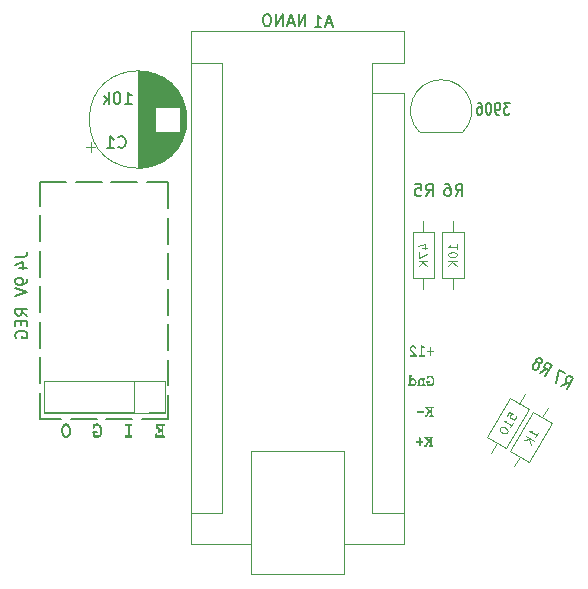
<source format=gbr>
%TF.GenerationSoftware,KiCad,Pcbnew,8.0.6*%
%TF.CreationDate,2025-03-02T18:01:39-08:00*%
%TF.ProjectId,OBDGauge,4f424447-6175-4676-952e-6b696361645f,rev?*%
%TF.SameCoordinates,Original*%
%TF.FileFunction,Legend,Bot*%
%TF.FilePolarity,Positive*%
%FSLAX46Y46*%
G04 Gerber Fmt 4.6, Leading zero omitted, Abs format (unit mm)*
G04 Created by KiCad (PCBNEW 8.0.6) date 2025-03-02 18:01:39*
%MOMM*%
%LPD*%
G01*
G04 APERTURE LIST*
%ADD10C,0.100000*%
%ADD11C,0.200000*%
%ADD12C,0.225000*%
%ADD13C,0.262500*%
%ADD14C,0.150000*%
%ADD15C,0.108000*%
%ADD16C,0.120000*%
G04 APERTURE END LIST*
D10*
X28330404Y-56659409D02*
X38651218Y-56659409D01*
X38651218Y-59357970D01*
X28330404Y-59357970D01*
X28330404Y-56659409D01*
D11*
X28065346Y-39859334D02*
X30265346Y-39859334D01*
X31065346Y-39859334D02*
X33265346Y-39859334D01*
X34065346Y-39859334D02*
X36265346Y-39859334D01*
X37065346Y-39859334D02*
X38845346Y-39859334D01*
X38845346Y-39859334D02*
X38845346Y-42059334D01*
X38845346Y-42859334D02*
X38845346Y-45059334D01*
X38845346Y-45859334D02*
X38845346Y-48059334D01*
X38845346Y-48859334D02*
X38845346Y-51059334D01*
X38845346Y-51859334D02*
X38845346Y-54059334D01*
X38845346Y-54859334D02*
X38845346Y-57059334D01*
X38845346Y-57859334D02*
X38845346Y-59859334D01*
X38845346Y-59859334D02*
X36645346Y-59859334D01*
X35845346Y-59859334D02*
X33645346Y-59859334D01*
X32845346Y-59859334D02*
X30645346Y-59859334D01*
X29845346Y-59859334D02*
X28065346Y-59859334D01*
X28065346Y-59859334D02*
X28065346Y-57659334D01*
X28065346Y-56859334D02*
X28065346Y-54659334D01*
X28065346Y-53859334D02*
X28065346Y-51659334D01*
X28065346Y-50859334D02*
X28065346Y-48659334D01*
X28065346Y-47859334D02*
X28065346Y-45659334D01*
X28065346Y-44859334D02*
X28065346Y-42659334D01*
X28065346Y-41859334D02*
X28065346Y-39859334D01*
D12*
G36*
X60764127Y-56825612D02*
G01*
X60764127Y-57024157D01*
X60805494Y-57049026D01*
X60848189Y-57071905D01*
X60890856Y-57090995D01*
X60910306Y-57098041D01*
X60956839Y-57110156D01*
X61001884Y-57116350D01*
X61040439Y-57117922D01*
X61088125Y-57115823D01*
X61134026Y-57109526D01*
X61178141Y-57099032D01*
X61220470Y-57084339D01*
X61261805Y-57065019D01*
X61302284Y-57038094D01*
X61322686Y-57019321D01*
X61354290Y-56977616D01*
X61379638Y-56930490D01*
X61391709Y-56902988D01*
X61408285Y-56853012D01*
X61418722Y-56799468D01*
X61423020Y-56742355D01*
X61423143Y-56730504D01*
X61423143Y-56624649D01*
X61420422Y-56570745D01*
X61410373Y-56510650D01*
X61392918Y-56453563D01*
X61368058Y-56399485D01*
X61345767Y-56362699D01*
X61311513Y-56317730D01*
X61273600Y-56280383D01*
X61232027Y-56250658D01*
X61186793Y-56228554D01*
X61137900Y-56214073D01*
X61085346Y-56207213D01*
X61063300Y-56206603D01*
X61018917Y-56209894D01*
X60973605Y-56220725D01*
X60964821Y-56223798D01*
X60921989Y-56243696D01*
X60881281Y-56271151D01*
X60876014Y-56275382D01*
X60847923Y-56233671D01*
X60826555Y-56223798D01*
X60784802Y-56243215D01*
X60781492Y-56247441D01*
X60765500Y-56298360D01*
X60764127Y-56327503D01*
X60764127Y-56428791D01*
X60770326Y-56484424D01*
X60781712Y-56509391D01*
X60822071Y-56533092D01*
X60827215Y-56533303D01*
X60865463Y-56516914D01*
X60886126Y-56467748D01*
X60903720Y-56417939D01*
X60905030Y-56416164D01*
X60944556Y-56386644D01*
X60964162Y-56378013D01*
X61009005Y-56365520D01*
X61055836Y-56361372D01*
X61059123Y-56361356D01*
X61104315Y-56364766D01*
X61149563Y-56376397D01*
X61190135Y-56396282D01*
X61225877Y-56428904D01*
X61254666Y-56470833D01*
X61263115Y-56486286D01*
X61283475Y-56535867D01*
X61294439Y-56588698D01*
X61296527Y-56625724D01*
X61296527Y-56728892D01*
X61292845Y-56782928D01*
X61279901Y-56835449D01*
X61254587Y-56883536D01*
X61237616Y-56903526D01*
X61198860Y-56932358D01*
X61155185Y-56950065D01*
X61109846Y-56959442D01*
X61065694Y-56962937D01*
X61049891Y-56963170D01*
X61002037Y-56960683D01*
X60956653Y-56953224D01*
X60913737Y-56940792D01*
X60890962Y-56931736D01*
X60890962Y-56825612D01*
X61019995Y-56825612D01*
X61065252Y-56818130D01*
X61085501Y-56804388D01*
X61104675Y-56754619D01*
X61104845Y-56748236D01*
X61088958Y-56696451D01*
X61085501Y-56692353D01*
X61043751Y-56672560D01*
X61019995Y-56670860D01*
X60795121Y-56670860D01*
X60750048Y-56678437D01*
X60729835Y-56692353D01*
X60710443Y-56741856D01*
X60710271Y-56748236D01*
X60722056Y-56801650D01*
X60723680Y-56804388D01*
X60764127Y-56825612D01*
G37*
G36*
X60455501Y-56447329D02*
G01*
X60455501Y-56498913D01*
X60416786Y-56467227D01*
X60379224Y-56447329D01*
X60335700Y-56434433D01*
X60291702Y-56430151D01*
X60288659Y-56430134D01*
X60241671Y-56433953D01*
X60193482Y-56447667D01*
X60151174Y-56471356D01*
X60114746Y-56505019D01*
X60110606Y-56509928D01*
X60083249Y-56553582D01*
X60066024Y-56604948D01*
X60058932Y-56664029D01*
X60058729Y-56676771D01*
X60058729Y-56945975D01*
X60015019Y-56955232D01*
X59999378Y-56967469D01*
X59980204Y-57016971D01*
X59980034Y-57023351D01*
X59995012Y-57073924D01*
X59999598Y-57079503D01*
X60041234Y-57099049D01*
X60064884Y-57100728D01*
X60179189Y-57100728D01*
X60224263Y-57093245D01*
X60244476Y-57079503D01*
X60263650Y-57029734D01*
X60263820Y-57023351D01*
X60248113Y-56971566D01*
X60244695Y-56967469D01*
X60201934Y-56947004D01*
X60185344Y-56945975D01*
X60185344Y-56679726D01*
X60196814Y-56626315D01*
X60207546Y-56612291D01*
X60249440Y-56590132D01*
X60294814Y-56584887D01*
X60340687Y-56591177D01*
X60371751Y-56604768D01*
X60409175Y-56635396D01*
X60443085Y-56672825D01*
X60455501Y-56688055D01*
X60455501Y-56945975D01*
X60411521Y-56950481D01*
X60392413Y-56960215D01*
X60364680Y-57004345D01*
X60362298Y-57023351D01*
X60377277Y-57073924D01*
X60381862Y-57079503D01*
X60423296Y-57099049D01*
X60446928Y-57100728D01*
X60590910Y-57100728D01*
X60635983Y-57093245D01*
X60656196Y-57079503D01*
X60675588Y-57029734D01*
X60675760Y-57023351D01*
X60657647Y-56972806D01*
X60646084Y-56959946D01*
X60602067Y-56946644D01*
X60582337Y-56945975D01*
X60582337Y-56602081D01*
X60626046Y-56592941D01*
X60641688Y-56580857D01*
X60660644Y-56531088D01*
X60660812Y-56524705D01*
X60644925Y-56472920D01*
X60641468Y-56468822D01*
X60599831Y-56449029D01*
X60576182Y-56447329D01*
X60455501Y-56447329D01*
G37*
G36*
X59452265Y-56156719D02*
G01*
X59494015Y-56176513D01*
X59497472Y-56180610D01*
X59513359Y-56232395D01*
X59513189Y-56238778D01*
X59494015Y-56288547D01*
X59473766Y-56302289D01*
X59428509Y-56309771D01*
X59406967Y-56309771D01*
X59406967Y-56504018D01*
X59418583Y-56495101D01*
X59459564Y-56468390D01*
X59501049Y-56448672D01*
X59506992Y-56446428D01*
X59552056Y-56434208D01*
X59597989Y-56430134D01*
X59614292Y-56430543D01*
X59661324Y-56436666D01*
X59705544Y-56450138D01*
X59746951Y-56470959D01*
X59785544Y-56499128D01*
X59821325Y-56534646D01*
X59847669Y-56568362D01*
X59877049Y-56619112D01*
X59897677Y-56674002D01*
X59909555Y-56733032D01*
X59912769Y-56786924D01*
X59911409Y-56821528D01*
X59902483Y-56878589D01*
X59885227Y-56931202D01*
X59859639Y-56979366D01*
X59825721Y-57023083D01*
X59820213Y-57028918D01*
X59778611Y-57064575D01*
X59738717Y-57087914D01*
X59694912Y-57104585D01*
X59647197Y-57114588D01*
X59595571Y-57117922D01*
X59586081Y-57117693D01*
X59539559Y-57109676D01*
X59497532Y-57091861D01*
X59479948Y-57081210D01*
X59442805Y-57052106D01*
X59406967Y-57014754D01*
X59406967Y-57100728D01*
X59258589Y-57100728D01*
X59234957Y-57099049D01*
X59193523Y-57079503D01*
X59188938Y-57073924D01*
X59173959Y-57023351D01*
X59174133Y-57016971D01*
X59193743Y-56967469D01*
X59213989Y-56953552D01*
X59258589Y-56945975D01*
X59280132Y-56945975D01*
X59280132Y-56790417D01*
X59406967Y-56790417D01*
X59409365Y-56821768D01*
X59426544Y-56873578D01*
X59457085Y-56914004D01*
X59463504Y-56919958D01*
X59504301Y-56945837D01*
X59549458Y-56959281D01*
X59596670Y-56963170D01*
X59607804Y-56962978D01*
X59653951Y-56957360D01*
X59697640Y-56941996D01*
X59736475Y-56914004D01*
X59755747Y-56891182D01*
X59778979Y-56841842D01*
X59785934Y-56788268D01*
X59780567Y-56738097D01*
X59762267Y-56688425D01*
X59730979Y-56644531D01*
X59723989Y-56637308D01*
X59686229Y-56608185D01*
X59643790Y-56590711D01*
X59596670Y-56584887D01*
X59586820Y-56585120D01*
X59540452Y-56593274D01*
X59498892Y-56613078D01*
X59462141Y-56644531D01*
X59433045Y-56684406D01*
X59413486Y-56734268D01*
X59406967Y-56790417D01*
X59280132Y-56790417D01*
X59280132Y-56155019D01*
X59428509Y-56155019D01*
X59452265Y-56156719D01*
G37*
D13*
G36*
X38336708Y-60964641D02*
G01*
X38336708Y-61269456D01*
X37959462Y-61269456D01*
X37959462Y-61152219D01*
X37952230Y-61077532D01*
X37938946Y-61044142D01*
X37891185Y-61011822D01*
X37885090Y-61011535D01*
X37836211Y-61038315D01*
X37832261Y-61044142D01*
X37813131Y-61113009D01*
X37811488Y-61152219D01*
X37811488Y-61480482D01*
X38507507Y-61480482D01*
X38560092Y-61470278D01*
X38583674Y-61451539D01*
X38606298Y-61383672D01*
X38606498Y-61374969D01*
X38587542Y-61304353D01*
X38583417Y-61298765D01*
X38534870Y-61271774D01*
X38507507Y-61269456D01*
X38484426Y-61269456D01*
X38484426Y-60495694D01*
X38507507Y-60495694D01*
X38560092Y-60485491D01*
X38583674Y-60466752D01*
X38606298Y-60398885D01*
X38606498Y-60390181D01*
X38587753Y-60319565D01*
X38583674Y-60313978D01*
X38535098Y-60286987D01*
X38507507Y-60284669D01*
X37844058Y-60285768D01*
X37844058Y-60612931D01*
X37851200Y-60687747D01*
X37864318Y-60721375D01*
X37911526Y-60753331D01*
X37917660Y-60753615D01*
X37967302Y-60727136D01*
X37971259Y-60721375D01*
X37990153Y-60652170D01*
X37991776Y-60612931D01*
X37991776Y-60495694D01*
X38336708Y-60495694D01*
X38336708Y-60753615D01*
X38206685Y-60753615D01*
X38202477Y-60680285D01*
X38195914Y-60656895D01*
X38151916Y-60615679D01*
X38132569Y-60612931D01*
X38083436Y-60639710D01*
X38079483Y-60645537D01*
X38060590Y-60714405D01*
X38058967Y-60753615D01*
X38058967Y-60964641D01*
X38063475Y-61038114D01*
X38070507Y-61061727D01*
X38114073Y-61102600D01*
X38132569Y-61105324D01*
X38181883Y-61082613D01*
X38195914Y-61061361D01*
X38206422Y-60986998D01*
X38206685Y-60964641D01*
X38336708Y-60964641D01*
G37*
G36*
X35464155Y-60495694D02*
G01*
X35464155Y-61269456D01*
X35314898Y-61269456D01*
X35262403Y-61279788D01*
X35238988Y-61298765D01*
X35216364Y-61366268D01*
X35216163Y-61374969D01*
X35233638Y-61443931D01*
X35238988Y-61451539D01*
X35287328Y-61478192D01*
X35314898Y-61480482D01*
X35761387Y-61480482D01*
X35813972Y-61470278D01*
X35837554Y-61451539D01*
X35859923Y-61383672D01*
X35860122Y-61374969D01*
X35841587Y-61304353D01*
X35837554Y-61298765D01*
X35788978Y-61271774D01*
X35761387Y-61269456D01*
X35612130Y-61269456D01*
X35612130Y-60495694D01*
X35761387Y-60495694D01*
X35813972Y-60485491D01*
X35837554Y-60466752D01*
X35859923Y-60398885D01*
X35860122Y-60390181D01*
X35841587Y-60319565D01*
X35837554Y-60313978D01*
X35788978Y-60286987D01*
X35761387Y-60284669D01*
X35314898Y-60284669D01*
X35262403Y-60295001D01*
X35238988Y-60313978D01*
X35216364Y-60381481D01*
X35216163Y-60390181D01*
X35233638Y-60459144D01*
X35238988Y-60466752D01*
X35287328Y-60493405D01*
X35314898Y-60495694D01*
X35464155Y-60495694D01*
G37*
G36*
X32519026Y-61105324D02*
G01*
X32519026Y-61376068D01*
X32567288Y-61409979D01*
X32617099Y-61441178D01*
X32666877Y-61467210D01*
X32689569Y-61476818D01*
X32743857Y-61493339D01*
X32796409Y-61501784D01*
X32841390Y-61503929D01*
X32897025Y-61501067D01*
X32950576Y-61492480D01*
X33002043Y-61478169D01*
X33051427Y-61458133D01*
X33099651Y-61431789D01*
X33146876Y-61395073D01*
X33170678Y-61369473D01*
X33207550Y-61312602D01*
X33237122Y-61248340D01*
X33251205Y-61210837D01*
X33270545Y-61142688D01*
X33282721Y-61069673D01*
X33287735Y-60991792D01*
X33287878Y-60975632D01*
X33287878Y-60831284D01*
X33284705Y-60757778D01*
X33272980Y-60675830D01*
X33252616Y-60597984D01*
X33223612Y-60524241D01*
X33197606Y-60474079D01*
X33157644Y-60412758D01*
X33113412Y-60361830D01*
X33064909Y-60321295D01*
X33012137Y-60291154D01*
X32955095Y-60271407D01*
X32893782Y-60262053D01*
X32868061Y-60261221D01*
X32816282Y-60265709D01*
X32763418Y-60280478D01*
X32753170Y-60284669D01*
X32703198Y-60311802D01*
X32655707Y-60349240D01*
X32649562Y-60355010D01*
X32616789Y-60298132D01*
X32591859Y-60284669D01*
X32543147Y-60311147D01*
X32539286Y-60316909D01*
X32520629Y-60386344D01*
X32519026Y-60426085D01*
X32519026Y-60564204D01*
X32526259Y-60640068D01*
X32539543Y-60674114D01*
X32586628Y-60706434D01*
X32592629Y-60706720D01*
X32637252Y-60684372D01*
X32661359Y-60617327D01*
X32681885Y-60549407D01*
X32683414Y-60546985D01*
X32729528Y-60506731D01*
X32752400Y-60494962D01*
X32804717Y-60477926D01*
X32859354Y-60472269D01*
X32863189Y-60472247D01*
X32915912Y-60476898D01*
X32968701Y-60492758D01*
X33016036Y-60519874D01*
X33057735Y-60564359D01*
X33091322Y-60621535D01*
X33101179Y-60642606D01*
X33124933Y-60710218D01*
X33137724Y-60782260D01*
X33140160Y-60832749D01*
X33140160Y-60973433D01*
X33135865Y-61047118D01*
X33120763Y-61118738D01*
X33091230Y-61184311D01*
X33071430Y-61211570D01*
X33026215Y-61250886D01*
X32975261Y-61275032D01*
X32922366Y-61287820D01*
X32870854Y-61292585D01*
X32852418Y-61292903D01*
X32796588Y-61289512D01*
X32743640Y-61279340D01*
X32693572Y-61262387D01*
X32667001Y-61250038D01*
X32667001Y-61105324D01*
X32817540Y-61105324D01*
X32870339Y-61095121D01*
X32893963Y-61076382D01*
X32916333Y-61008515D01*
X32916531Y-60999812D01*
X32897997Y-60929196D01*
X32893963Y-60923608D01*
X32845255Y-60896617D01*
X32817540Y-60894299D01*
X32555186Y-60894299D01*
X32502601Y-60904631D01*
X32479019Y-60923608D01*
X32456395Y-60991111D01*
X32456195Y-60999812D01*
X32469944Y-61072648D01*
X32471838Y-61076382D01*
X32519026Y-61105324D01*
G37*
G36*
X30262911Y-60261797D02*
G01*
X30316703Y-60270426D01*
X30368458Y-60289411D01*
X30418175Y-60318752D01*
X30465855Y-60358448D01*
X30511497Y-60408500D01*
X30529322Y-60431863D01*
X30568855Y-60493939D01*
X30601200Y-60561256D01*
X30626357Y-60633815D01*
X30644326Y-60711616D01*
X30655108Y-60794658D01*
X30658702Y-60882941D01*
X30658127Y-60918881D01*
X30651658Y-61005035D01*
X30638001Y-61085913D01*
X30617156Y-61161513D01*
X30589124Y-61231836D01*
X30553904Y-61296882D01*
X30511497Y-61356650D01*
X30496509Y-61374485D01*
X30450188Y-61421085D01*
X30401829Y-61457329D01*
X30351433Y-61483218D01*
X30298999Y-61498751D01*
X30244527Y-61503929D01*
X30204043Y-61501164D01*
X30145616Y-61486648D01*
X30089949Y-61459690D01*
X30037040Y-61420290D01*
X29995057Y-61377953D01*
X29954989Y-61326975D01*
X29939834Y-61304461D01*
X29906225Y-61245120D01*
X29878726Y-61181414D01*
X29857338Y-61113343D01*
X29842061Y-61040907D01*
X29832895Y-60964107D01*
X29829839Y-60882941D01*
X29977814Y-60882941D01*
X29977893Y-60894009D01*
X29982911Y-60968098D01*
X29998202Y-61045516D01*
X30023687Y-61115193D01*
X30059366Y-61177132D01*
X30090646Y-61216476D01*
X30134820Y-61256272D01*
X30187888Y-61283745D01*
X30244527Y-61292903D01*
X30288700Y-61287328D01*
X30342429Y-61263777D01*
X30387292Y-61227370D01*
X30429431Y-61176399D01*
X30434433Y-61169059D01*
X30468729Y-61106084D01*
X30492864Y-61035553D01*
X30506837Y-60957466D01*
X30510727Y-60882941D01*
X30510648Y-60871963D01*
X30505646Y-60798380D01*
X30490403Y-60721283D01*
X30464998Y-60651651D01*
X30429431Y-60589484D01*
X30398082Y-60549641D01*
X30353900Y-60509341D01*
X30300938Y-60481521D01*
X30244527Y-60472247D01*
X30200166Y-60477822D01*
X30146305Y-60501373D01*
X30101425Y-60537780D01*
X30059366Y-60588751D01*
X30054349Y-60596092D01*
X30019944Y-60659124D01*
X29995733Y-60729804D01*
X29981716Y-60808131D01*
X29977814Y-60882941D01*
X29829839Y-60882941D01*
X29830328Y-60849864D01*
X29835828Y-60770264D01*
X29847438Y-60695082D01*
X29865160Y-60624319D01*
X29888992Y-60557975D01*
X29918935Y-60496049D01*
X29954989Y-60438542D01*
X29978800Y-60406852D01*
X30020017Y-60360964D01*
X30072006Y-60317326D01*
X30126754Y-60286157D01*
X30184261Y-60267455D01*
X30244527Y-60261221D01*
X30262911Y-60261797D01*
G37*
D12*
G36*
X61130880Y-59369042D02*
G01*
X61130880Y-59566512D01*
X61085158Y-59566512D01*
X61040162Y-59574089D01*
X61020092Y-59588006D01*
X61000700Y-59637508D01*
X61000528Y-59643888D01*
X61015506Y-59694461D01*
X61020092Y-59700040D01*
X61061526Y-59719586D01*
X61085158Y-59721265D01*
X61277499Y-59721265D01*
X61322572Y-59713782D01*
X61342785Y-59700040D01*
X61361959Y-59650271D01*
X61362129Y-59643888D01*
X61345881Y-59592103D01*
X61342346Y-59588006D01*
X61300847Y-59568212D01*
X61277499Y-59566512D01*
X61257715Y-59566512D01*
X61257715Y-58999087D01*
X61277499Y-58999087D01*
X61322572Y-58991605D01*
X61342785Y-58977863D01*
X61361959Y-58928094D01*
X61362129Y-58921711D01*
X61346242Y-58869926D01*
X61342785Y-58865828D01*
X61301149Y-58846035D01*
X61277499Y-58844335D01*
X61085158Y-58844335D01*
X61040162Y-58851912D01*
X61020092Y-58865828D01*
X61000700Y-58915331D01*
X61000528Y-58921711D01*
X61015506Y-58972284D01*
X61020092Y-58977863D01*
X61061526Y-58997408D01*
X61085158Y-58999087D01*
X61130880Y-58999087D01*
X61130880Y-59188229D01*
X60905786Y-58999087D01*
X60933043Y-58982161D01*
X60940517Y-58930308D01*
X60926746Y-58878326D01*
X60921173Y-58870127D01*
X60879537Y-58846375D01*
X60855887Y-58844335D01*
X60726634Y-58844335D01*
X60681561Y-58851912D01*
X60661348Y-58865828D01*
X60641956Y-58915331D01*
X60641784Y-58921711D01*
X60656762Y-58972284D01*
X60661348Y-58977863D01*
X60702935Y-58997761D01*
X60722237Y-58999087D01*
X60949750Y-59199513D01*
X60910680Y-59232367D01*
X60876839Y-59269877D01*
X60844250Y-59314910D01*
X60830168Y-59337339D01*
X60802938Y-59386321D01*
X60780419Y-59433725D01*
X60759121Y-59485372D01*
X60739042Y-59541261D01*
X60730810Y-59566512D01*
X60696958Y-59566512D01*
X60652330Y-59574089D01*
X60632332Y-59588006D01*
X60612940Y-59637508D01*
X60612768Y-59643888D01*
X60628655Y-59695894D01*
X60632112Y-59700040D01*
X60673343Y-59719586D01*
X60696958Y-59721265D01*
X60811923Y-59721265D01*
X60829592Y-59669120D01*
X60847975Y-59618004D01*
X60867074Y-59567916D01*
X60886888Y-59518857D01*
X60898532Y-59491285D01*
X60922051Y-59440428D01*
X60947029Y-59395393D01*
X60971072Y-59361788D01*
X61006167Y-59327297D01*
X61047154Y-59299889D01*
X61053064Y-59296770D01*
X61130880Y-59369042D01*
G37*
G36*
X59977272Y-59360176D02*
G01*
X60506376Y-59360176D01*
X60506376Y-59205424D01*
X59977272Y-59205424D01*
X59977272Y-59360176D01*
G37*
G36*
X61074525Y-61905046D02*
G01*
X61074525Y-62102516D01*
X61028803Y-62102516D01*
X60983807Y-62110093D01*
X60963737Y-62124010D01*
X60944345Y-62173512D01*
X60944173Y-62179892D01*
X60959151Y-62230465D01*
X60963737Y-62236044D01*
X61005171Y-62255590D01*
X61028803Y-62257269D01*
X61221144Y-62257269D01*
X61266217Y-62249786D01*
X61286430Y-62236044D01*
X61305604Y-62186275D01*
X61305774Y-62179892D01*
X61289526Y-62128107D01*
X61285991Y-62124010D01*
X61244492Y-62104216D01*
X61221144Y-62102516D01*
X61201360Y-62102516D01*
X61201360Y-61535091D01*
X61221144Y-61535091D01*
X61266217Y-61527609D01*
X61286430Y-61513867D01*
X61305604Y-61464098D01*
X61305774Y-61457715D01*
X61289887Y-61405930D01*
X61286430Y-61401832D01*
X61244794Y-61382039D01*
X61221144Y-61380339D01*
X61028803Y-61380339D01*
X60983807Y-61387916D01*
X60963737Y-61401832D01*
X60944345Y-61451335D01*
X60944173Y-61457715D01*
X60959151Y-61508288D01*
X60963737Y-61513867D01*
X61005171Y-61533412D01*
X61028803Y-61535091D01*
X61074525Y-61535091D01*
X61074525Y-61724233D01*
X60849431Y-61535091D01*
X60876688Y-61518165D01*
X60884162Y-61466312D01*
X60870391Y-61414330D01*
X60864818Y-61406131D01*
X60823182Y-61382379D01*
X60799532Y-61380339D01*
X60670279Y-61380339D01*
X60625206Y-61387916D01*
X60604993Y-61401832D01*
X60585601Y-61451335D01*
X60585429Y-61457715D01*
X60600407Y-61508288D01*
X60604993Y-61513867D01*
X60646580Y-61533765D01*
X60665882Y-61535091D01*
X60893395Y-61735517D01*
X60854325Y-61768371D01*
X60820484Y-61805881D01*
X60787895Y-61850914D01*
X60773813Y-61873343D01*
X60746583Y-61922325D01*
X60724064Y-61969729D01*
X60702766Y-62021376D01*
X60682687Y-62077265D01*
X60674455Y-62102516D01*
X60640603Y-62102516D01*
X60595975Y-62110093D01*
X60575977Y-62124010D01*
X60556585Y-62173512D01*
X60556413Y-62179892D01*
X60572300Y-62231898D01*
X60575757Y-62236044D01*
X60616988Y-62255590D01*
X60640603Y-62257269D01*
X60755568Y-62257269D01*
X60773237Y-62205124D01*
X60791620Y-62154008D01*
X60810719Y-62103920D01*
X60830533Y-62054861D01*
X60842177Y-62027289D01*
X60865696Y-61976432D01*
X60890674Y-61931397D01*
X60914717Y-61897792D01*
X60949812Y-61863301D01*
X60990799Y-61835893D01*
X60996709Y-61832774D01*
X61074525Y-61905046D01*
G37*
G36*
X60122931Y-61896180D02*
G01*
X60122931Y-62129652D01*
X60130409Y-62183212D01*
X60140296Y-62201386D01*
X60180798Y-62222690D01*
X60186019Y-62222879D01*
X60228787Y-62205227D01*
X60232180Y-62201386D01*
X60248924Y-62150256D01*
X60249766Y-62129652D01*
X60249766Y-61896180D01*
X60430896Y-61896180D01*
X60475970Y-61888603D01*
X60496183Y-61874687D01*
X60515357Y-61824918D01*
X60515527Y-61818535D01*
X60500716Y-61767904D01*
X60496183Y-61762384D01*
X60454546Y-61742868D01*
X60430896Y-61741428D01*
X60249766Y-61741428D01*
X60249766Y-61508225D01*
X60242192Y-61454785D01*
X60232180Y-61436490D01*
X60191280Y-61414920D01*
X60186019Y-61414728D01*
X60143468Y-61432381D01*
X60140076Y-61436222D01*
X60123332Y-61487515D01*
X60122491Y-61508225D01*
X60122931Y-61741428D01*
X59941800Y-61741428D01*
X59896804Y-61748910D01*
X59876734Y-61762652D01*
X59857342Y-61812109D01*
X59857170Y-61818535D01*
X59872149Y-61869107D01*
X59876734Y-61874687D01*
X59918168Y-61894480D01*
X59941800Y-61896180D01*
X60122931Y-61896180D01*
G37*
G36*
X61048173Y-54259990D02*
G01*
X61048173Y-54493462D01*
X61055652Y-54547022D01*
X61065539Y-54565196D01*
X61106041Y-54586500D01*
X61111261Y-54586689D01*
X61154029Y-54569037D01*
X61157423Y-54565196D01*
X61174167Y-54514066D01*
X61175009Y-54493462D01*
X61175009Y-54259990D01*
X61356139Y-54259990D01*
X61401213Y-54252413D01*
X61421425Y-54238497D01*
X61440599Y-54188728D01*
X61440769Y-54182345D01*
X61425959Y-54131714D01*
X61421425Y-54126194D01*
X61379789Y-54106678D01*
X61356139Y-54105238D01*
X61175009Y-54105238D01*
X61175009Y-53872035D01*
X61167435Y-53818595D01*
X61157423Y-53800300D01*
X61116523Y-53778730D01*
X61111261Y-53778538D01*
X61068711Y-53796191D01*
X61065319Y-53800032D01*
X61048575Y-53851325D01*
X61047734Y-53872035D01*
X61048173Y-54105238D01*
X60867043Y-54105238D01*
X60822047Y-54112720D01*
X60801977Y-54126462D01*
X60782585Y-54175919D01*
X60782413Y-54182345D01*
X60797391Y-54232917D01*
X60801977Y-54238497D01*
X60843411Y-54258290D01*
X60867043Y-54259990D01*
X61048173Y-54259990D01*
G37*
G36*
X60290899Y-53658175D02*
G01*
X60290899Y-54466326D01*
X60162964Y-54466326D01*
X60117785Y-54473903D01*
X60097678Y-54487820D01*
X60078286Y-54537322D01*
X60078114Y-54543702D01*
X60093093Y-54594275D01*
X60097678Y-54599854D01*
X60139226Y-54619400D01*
X60162964Y-54621079D01*
X60545668Y-54621079D01*
X60590742Y-54613596D01*
X60610954Y-54599854D01*
X60630128Y-54550085D01*
X60630298Y-54543702D01*
X60614411Y-54491917D01*
X60610954Y-54487820D01*
X60569318Y-54468026D01*
X60545668Y-54466326D01*
X60417514Y-54466326D01*
X60417514Y-53868811D01*
X60530721Y-53906693D01*
X60571607Y-53916096D01*
X60612267Y-53893151D01*
X60613372Y-53891647D01*
X60630683Y-53840428D01*
X60630958Y-53831734D01*
X60617989Y-53780956D01*
X60578049Y-53753670D01*
X60563474Y-53748179D01*
X60290899Y-53658175D01*
G37*
G36*
X59717612Y-54466326D02*
G01*
X59439981Y-54466326D01*
X59398163Y-54449148D01*
X59396896Y-54449132D01*
X59355375Y-54467027D01*
X59350954Y-54472506D01*
X59335165Y-54523177D01*
X59333808Y-54552300D01*
X59333808Y-54621079D01*
X59911272Y-54621079D01*
X59911272Y-54449132D01*
X59869522Y-54409861D01*
X59829891Y-54372381D01*
X59792379Y-54336691D01*
X59756987Y-54302792D01*
X59707871Y-54255300D01*
X59663524Y-54211837D01*
X59623945Y-54172402D01*
X59589135Y-54136995D01*
X59550137Y-54096053D01*
X59513311Y-54054946D01*
X59497573Y-54035653D01*
X59470701Y-53989845D01*
X59461743Y-53946455D01*
X59473158Y-53893993D01*
X59502190Y-53853497D01*
X59542755Y-53825764D01*
X59585764Y-53814354D01*
X59610120Y-53812928D01*
X59654117Y-53818801D01*
X59695951Y-53838605D01*
X59723107Y-53862631D01*
X59750002Y-53908533D01*
X59760916Y-53941351D01*
X59784656Y-53988099D01*
X59822026Y-54002069D01*
X59863262Y-53983314D01*
X59866869Y-53979233D01*
X59885699Y-53929062D01*
X59885773Y-53925231D01*
X59876095Y-53869896D01*
X59855634Y-53818782D01*
X59851481Y-53810241D01*
X59824191Y-53766041D01*
X59789473Y-53728381D01*
X59751464Y-53699819D01*
X59709132Y-53677859D01*
X59664567Y-53664032D01*
X59617769Y-53658338D01*
X59608142Y-53658175D01*
X59557791Y-53662367D01*
X59511563Y-53674940D01*
X59469458Y-53695895D01*
X59431477Y-53725233D01*
X59411624Y-53745761D01*
X59381732Y-53785736D01*
X59356559Y-53835767D01*
X59340976Y-53890432D01*
X59334983Y-53949732D01*
X59334908Y-53957471D01*
X59339115Y-54011151D01*
X59352961Y-54064670D01*
X59356889Y-54074878D01*
X59382000Y-54120178D01*
X59412153Y-54160451D01*
X59447101Y-54200780D01*
X59462183Y-54217003D01*
X59496870Y-54252717D01*
X59536046Y-54291720D01*
X59575351Y-54330139D01*
X59611154Y-54364747D01*
X59650832Y-54402797D01*
X59694383Y-54444289D01*
X59717612Y-54466326D01*
G37*
D14*
X52714285Y-26399751D02*
X52238095Y-26399751D01*
X52809523Y-26685466D02*
X52476190Y-25685466D01*
X52476190Y-25685466D02*
X52142857Y-26685466D01*
X51285714Y-26685466D02*
X51857142Y-26685466D01*
X51571428Y-26685466D02*
X51571428Y-25685466D01*
X51571428Y-25685466D02*
X51666666Y-25828323D01*
X51666666Y-25828323D02*
X51761904Y-25923561D01*
X51761904Y-25923561D02*
X51857142Y-25971180D01*
X50498409Y-26634748D02*
X50498409Y-25634748D01*
X50498409Y-25634748D02*
X49926981Y-26634748D01*
X49926981Y-26634748D02*
X49926981Y-25634748D01*
X49498409Y-26349033D02*
X49022219Y-26349033D01*
X49593647Y-26634748D02*
X49260314Y-25634748D01*
X49260314Y-25634748D02*
X48926981Y-26634748D01*
X48593647Y-26634748D02*
X48593647Y-25634748D01*
X48593647Y-25634748D02*
X48022219Y-26634748D01*
X48022219Y-26634748D02*
X48022219Y-25634748D01*
X47355552Y-25634748D02*
X47165076Y-25634748D01*
X47165076Y-25634748D02*
X47069838Y-25682367D01*
X47069838Y-25682367D02*
X46974600Y-25777605D01*
X46974600Y-25777605D02*
X46926981Y-25968081D01*
X46926981Y-25968081D02*
X46926981Y-26301414D01*
X46926981Y-26301414D02*
X46974600Y-26491890D01*
X46974600Y-26491890D02*
X47069838Y-26587129D01*
X47069838Y-26587129D02*
X47165076Y-26634748D01*
X47165076Y-26634748D02*
X47355552Y-26634748D01*
X47355552Y-26634748D02*
X47450790Y-26587129D01*
X47450790Y-26587129D02*
X47546028Y-26491890D01*
X47546028Y-26491890D02*
X47593647Y-26301414D01*
X47593647Y-26301414D02*
X47593647Y-25968081D01*
X47593647Y-25968081D02*
X47546028Y-25777605D01*
X47546028Y-25777605D02*
X47450790Y-25682367D01*
X47450790Y-25682367D02*
X47355552Y-25634748D01*
X70384024Y-55983490D02*
X70905737Y-55679858D01*
X70829409Y-56240633D02*
X71379409Y-55288005D01*
X71379409Y-55288005D02*
X71082486Y-55116576D01*
X71082486Y-55116576D02*
X70982065Y-55119083D01*
X70982065Y-55119083D02*
X70918759Y-55143017D01*
X70918759Y-55143017D02*
X70829263Y-55212315D01*
X70829263Y-55212315D02*
X70750691Y-55348405D01*
X70750691Y-55348405D02*
X70735426Y-55460560D01*
X70735426Y-55460560D02*
X70746350Y-55527352D01*
X70746350Y-55527352D02*
X70794391Y-55615572D01*
X70794391Y-55615572D02*
X71091314Y-55787001D01*
X70252926Y-55181988D02*
X70353347Y-55179482D01*
X70353347Y-55179482D02*
X70416653Y-55155548D01*
X70416653Y-55155548D02*
X70506149Y-55086250D01*
X70506149Y-55086250D02*
X70532340Y-55040887D01*
X70532340Y-55040887D02*
X70547605Y-54928732D01*
X70547605Y-54928732D02*
X70536680Y-54861940D01*
X70536680Y-54861940D02*
X70488640Y-54773719D01*
X70488640Y-54773719D02*
X70340178Y-54688005D01*
X70340178Y-54688005D02*
X70239757Y-54690511D01*
X70239757Y-54690511D02*
X70176451Y-54714446D01*
X70176451Y-54714446D02*
X70086955Y-54783744D01*
X70086955Y-54783744D02*
X70060765Y-54829107D01*
X70060765Y-54829107D02*
X70045499Y-54941262D01*
X70045499Y-54941262D02*
X70056424Y-55008054D01*
X70056424Y-55008054D02*
X70104464Y-55096274D01*
X70104464Y-55096274D02*
X70252926Y-55181988D01*
X70252926Y-55181988D02*
X70300966Y-55270209D01*
X70300966Y-55270209D02*
X70311891Y-55337001D01*
X70311891Y-55337001D02*
X70296625Y-55449156D01*
X70296625Y-55449156D02*
X70191863Y-55630609D01*
X70191863Y-55630609D02*
X70102367Y-55699907D01*
X70102367Y-55699907D02*
X70039061Y-55723841D01*
X70039061Y-55723841D02*
X69938640Y-55726347D01*
X69938640Y-55726347D02*
X69790178Y-55640633D01*
X69790178Y-55640633D02*
X69742138Y-55552413D01*
X69742138Y-55552413D02*
X69731213Y-55485621D01*
X69731213Y-55485621D02*
X69746479Y-55373466D01*
X69746479Y-55373466D02*
X69851241Y-55192013D01*
X69851241Y-55192013D02*
X69940737Y-55122715D01*
X69940737Y-55122715D02*
X70004043Y-55098780D01*
X70004043Y-55098780D02*
X70104464Y-55096274D01*
D15*
X67569506Y-59613289D02*
X67740935Y-59316366D01*
X67740935Y-59316366D02*
X68055000Y-59458103D01*
X68055000Y-59458103D02*
X68008165Y-59470652D01*
X68008165Y-59470652D02*
X67944187Y-59512894D01*
X67944187Y-59512894D02*
X67858473Y-59661355D01*
X67858473Y-59661355D02*
X67853879Y-59737883D01*
X67853879Y-59737883D02*
X67866429Y-59784718D01*
X67866429Y-59784718D02*
X67908671Y-59848696D01*
X67908671Y-59848696D02*
X68057132Y-59934410D01*
X68057132Y-59934410D02*
X68133660Y-59939004D01*
X68133660Y-59939004D02*
X68180495Y-59926454D01*
X68180495Y-59926454D02*
X68244473Y-59884212D01*
X68244473Y-59884212D02*
X68330187Y-59735751D01*
X68330187Y-59735751D02*
X68334781Y-59659223D01*
X68334781Y-59659223D02*
X68322231Y-59612388D01*
X67833044Y-60596827D02*
X68038759Y-60240520D01*
X67935902Y-60418673D02*
X67312363Y-60058673D01*
X67312363Y-60058673D02*
X67435726Y-60050717D01*
X67435726Y-60050717D02*
X67529396Y-60025619D01*
X67529396Y-60025619D02*
X67593374Y-59983377D01*
X66986649Y-60622827D02*
X66952363Y-60682212D01*
X66952363Y-60682212D02*
X66947770Y-60758739D01*
X66947770Y-60758739D02*
X66960319Y-60805574D01*
X66960319Y-60805574D02*
X67002561Y-60869552D01*
X67002561Y-60869552D02*
X67104187Y-60967816D01*
X67104187Y-60967816D02*
X67252649Y-61053530D01*
X67252649Y-61053530D02*
X67388561Y-61092409D01*
X67388561Y-61092409D02*
X67465088Y-61097003D01*
X67465088Y-61097003D02*
X67511924Y-61084453D01*
X67511924Y-61084453D02*
X67575902Y-61042212D01*
X67575902Y-61042212D02*
X67610187Y-60982827D01*
X67610187Y-60982827D02*
X67614781Y-60906299D01*
X67614781Y-60906299D02*
X67602231Y-60859464D01*
X67602231Y-60859464D02*
X67559990Y-60795486D01*
X67559990Y-60795486D02*
X67458363Y-60697223D01*
X67458363Y-60697223D02*
X67309902Y-60611508D01*
X67309902Y-60611508D02*
X67173990Y-60572629D01*
X67173990Y-60572629D02*
X67097462Y-60568036D01*
X67097462Y-60568036D02*
X67050627Y-60580585D01*
X67050627Y-60580585D02*
X66986649Y-60622827D01*
D14*
X72177678Y-57127717D02*
X72699391Y-56824085D01*
X72623063Y-57384860D02*
X73173063Y-56432232D01*
X73173063Y-56432232D02*
X72876140Y-56260803D01*
X72876140Y-56260803D02*
X72775719Y-56263310D01*
X72775719Y-56263310D02*
X72712413Y-56287244D01*
X72712413Y-56287244D02*
X72622917Y-56356542D01*
X72622917Y-56356542D02*
X72544345Y-56492632D01*
X72544345Y-56492632D02*
X72529080Y-56604787D01*
X72529080Y-56604787D02*
X72540004Y-56671579D01*
X72540004Y-56671579D02*
X72588045Y-56759799D01*
X72588045Y-56759799D02*
X72884968Y-56931228D01*
X72467871Y-56025089D02*
X71948256Y-55725089D01*
X71948256Y-55725089D02*
X71732294Y-56870574D01*
D15*
X69975036Y-61452319D02*
X70180751Y-61096012D01*
X70077894Y-61274165D02*
X69454355Y-60914165D01*
X69454355Y-60914165D02*
X69577718Y-60906209D01*
X69577718Y-60906209D02*
X69671388Y-60881110D01*
X69671388Y-60881110D02*
X69735366Y-60838869D01*
X69820751Y-61719550D02*
X69197213Y-61359550D01*
X69615037Y-62075857D02*
X69413015Y-61602912D01*
X68991498Y-61715857D02*
X69553520Y-61565264D01*
D14*
X60698654Y-40998467D02*
X61031987Y-40522276D01*
X61270082Y-40998467D02*
X61270082Y-39998467D01*
X61270082Y-39998467D02*
X60889130Y-39998467D01*
X60889130Y-39998467D02*
X60793892Y-40046086D01*
X60793892Y-40046086D02*
X60746273Y-40093705D01*
X60746273Y-40093705D02*
X60698654Y-40188943D01*
X60698654Y-40188943D02*
X60698654Y-40331800D01*
X60698654Y-40331800D02*
X60746273Y-40427038D01*
X60746273Y-40427038D02*
X60793892Y-40474657D01*
X60793892Y-40474657D02*
X60889130Y-40522276D01*
X60889130Y-40522276D02*
X61270082Y-40522276D01*
X59793892Y-39998467D02*
X60270082Y-39998467D01*
X60270082Y-39998467D02*
X60317701Y-40474657D01*
X60317701Y-40474657D02*
X60270082Y-40427038D01*
X60270082Y-40427038D02*
X60174844Y-40379419D01*
X60174844Y-40379419D02*
X59936749Y-40379419D01*
X59936749Y-40379419D02*
X59841511Y-40427038D01*
X59841511Y-40427038D02*
X59793892Y-40474657D01*
X59793892Y-40474657D02*
X59746273Y-40569895D01*
X59746273Y-40569895D02*
X59746273Y-40807990D01*
X59746273Y-40807990D02*
X59793892Y-40903228D01*
X59793892Y-40903228D02*
X59841511Y-40950848D01*
X59841511Y-40950848D02*
X59936749Y-40998467D01*
X59936749Y-40998467D02*
X60174844Y-40998467D01*
X60174844Y-40998467D02*
X60270082Y-40950848D01*
X60270082Y-40950848D02*
X60317701Y-40903228D01*
D15*
X60347469Y-45434286D02*
X60827469Y-45434286D01*
X60073184Y-45262857D02*
X60587469Y-45091428D01*
X60587469Y-45091428D02*
X60587469Y-45537143D01*
X60107469Y-45742857D02*
X60107469Y-46222857D01*
X60107469Y-46222857D02*
X60827469Y-45914285D01*
X60827469Y-46497142D02*
X60107469Y-46497142D01*
X60827469Y-46908571D02*
X60416041Y-46599999D01*
X60107469Y-46908571D02*
X60518898Y-46497142D01*
D14*
X25954819Y-46166666D02*
X26669104Y-46166666D01*
X26669104Y-46166666D02*
X26811961Y-46119047D01*
X26811961Y-46119047D02*
X26907200Y-46023809D01*
X26907200Y-46023809D02*
X26954819Y-45880952D01*
X26954819Y-45880952D02*
X26954819Y-45785714D01*
X26288152Y-47071428D02*
X26954819Y-47071428D01*
X25907200Y-46833333D02*
X26621485Y-46595238D01*
X26621485Y-46595238D02*
X26621485Y-47214285D01*
X26954819Y-48047619D02*
X26954819Y-48238095D01*
X26954819Y-48238095D02*
X26907200Y-48333333D01*
X26907200Y-48333333D02*
X26859580Y-48380952D01*
X26859580Y-48380952D02*
X26716723Y-48476190D01*
X26716723Y-48476190D02*
X26526247Y-48523809D01*
X26526247Y-48523809D02*
X26145295Y-48523809D01*
X26145295Y-48523809D02*
X26050057Y-48476190D01*
X26050057Y-48476190D02*
X26002438Y-48428571D01*
X26002438Y-48428571D02*
X25954819Y-48333333D01*
X25954819Y-48333333D02*
X25954819Y-48142857D01*
X25954819Y-48142857D02*
X26002438Y-48047619D01*
X26002438Y-48047619D02*
X26050057Y-48000000D01*
X26050057Y-48000000D02*
X26145295Y-47952381D01*
X26145295Y-47952381D02*
X26383390Y-47952381D01*
X26383390Y-47952381D02*
X26478628Y-48000000D01*
X26478628Y-48000000D02*
X26526247Y-48047619D01*
X26526247Y-48047619D02*
X26573866Y-48142857D01*
X26573866Y-48142857D02*
X26573866Y-48333333D01*
X26573866Y-48333333D02*
X26526247Y-48428571D01*
X26526247Y-48428571D02*
X26478628Y-48476190D01*
X26478628Y-48476190D02*
X26383390Y-48523809D01*
X25954819Y-48809524D02*
X26954819Y-49142857D01*
X26954819Y-49142857D02*
X25954819Y-49476190D01*
X26954819Y-51142857D02*
X26478628Y-50809524D01*
X26954819Y-50571429D02*
X25954819Y-50571429D01*
X25954819Y-50571429D02*
X25954819Y-50952381D01*
X25954819Y-50952381D02*
X26002438Y-51047619D01*
X26002438Y-51047619D02*
X26050057Y-51095238D01*
X26050057Y-51095238D02*
X26145295Y-51142857D01*
X26145295Y-51142857D02*
X26288152Y-51142857D01*
X26288152Y-51142857D02*
X26383390Y-51095238D01*
X26383390Y-51095238D02*
X26431009Y-51047619D01*
X26431009Y-51047619D02*
X26478628Y-50952381D01*
X26478628Y-50952381D02*
X26478628Y-50571429D01*
X26431009Y-51571429D02*
X26431009Y-51904762D01*
X26954819Y-52047619D02*
X26954819Y-51571429D01*
X26954819Y-51571429D02*
X25954819Y-51571429D01*
X25954819Y-51571429D02*
X25954819Y-52047619D01*
X26002438Y-53000000D02*
X25954819Y-52904762D01*
X25954819Y-52904762D02*
X25954819Y-52761905D01*
X25954819Y-52761905D02*
X26002438Y-52619048D01*
X26002438Y-52619048D02*
X26097676Y-52523810D01*
X26097676Y-52523810D02*
X26192914Y-52476191D01*
X26192914Y-52476191D02*
X26383390Y-52428572D01*
X26383390Y-52428572D02*
X26526247Y-52428572D01*
X26526247Y-52428572D02*
X26716723Y-52476191D01*
X26716723Y-52476191D02*
X26811961Y-52523810D01*
X26811961Y-52523810D02*
X26907200Y-52619048D01*
X26907200Y-52619048D02*
X26954819Y-52761905D01*
X26954819Y-52761905D02*
X26954819Y-52857143D01*
X26954819Y-52857143D02*
X26907200Y-53000000D01*
X26907200Y-53000000D02*
X26859580Y-53047619D01*
X26859580Y-53047619D02*
X26526247Y-53047619D01*
X26526247Y-53047619D02*
X26526247Y-52857143D01*
X34666666Y-36859580D02*
X34714285Y-36907200D01*
X34714285Y-36907200D02*
X34857142Y-36954819D01*
X34857142Y-36954819D02*
X34952380Y-36954819D01*
X34952380Y-36954819D02*
X35095237Y-36907200D01*
X35095237Y-36907200D02*
X35190475Y-36811961D01*
X35190475Y-36811961D02*
X35238094Y-36716723D01*
X35238094Y-36716723D02*
X35285713Y-36526247D01*
X35285713Y-36526247D02*
X35285713Y-36383390D01*
X35285713Y-36383390D02*
X35238094Y-36192914D01*
X35238094Y-36192914D02*
X35190475Y-36097676D01*
X35190475Y-36097676D02*
X35095237Y-36002438D01*
X35095237Y-36002438D02*
X34952380Y-35954819D01*
X34952380Y-35954819D02*
X34857142Y-35954819D01*
X34857142Y-35954819D02*
X34714285Y-36002438D01*
X34714285Y-36002438D02*
X34666666Y-36050057D01*
X33714285Y-36954819D02*
X34285713Y-36954819D01*
X33999999Y-36954819D02*
X33999999Y-35954819D01*
X33999999Y-35954819D02*
X34095237Y-36097676D01*
X34095237Y-36097676D02*
X34190475Y-36192914D01*
X34190475Y-36192914D02*
X34285713Y-36240533D01*
X35217941Y-33217911D02*
X35789369Y-33217911D01*
X35503655Y-33217911D02*
X35503655Y-32217911D01*
X35503655Y-32217911D02*
X35598893Y-32360768D01*
X35598893Y-32360768D02*
X35694131Y-32456006D01*
X35694131Y-32456006D02*
X35789369Y-32503625D01*
X34598893Y-32217911D02*
X34503655Y-32217911D01*
X34503655Y-32217911D02*
X34408417Y-32265530D01*
X34408417Y-32265530D02*
X34360798Y-32313149D01*
X34360798Y-32313149D02*
X34313179Y-32408387D01*
X34313179Y-32408387D02*
X34265560Y-32598863D01*
X34265560Y-32598863D02*
X34265560Y-32836958D01*
X34265560Y-32836958D02*
X34313179Y-33027434D01*
X34313179Y-33027434D02*
X34360798Y-33122672D01*
X34360798Y-33122672D02*
X34408417Y-33170292D01*
X34408417Y-33170292D02*
X34503655Y-33217911D01*
X34503655Y-33217911D02*
X34598893Y-33217911D01*
X34598893Y-33217911D02*
X34694131Y-33170292D01*
X34694131Y-33170292D02*
X34741750Y-33122672D01*
X34741750Y-33122672D02*
X34789369Y-33027434D01*
X34789369Y-33027434D02*
X34836988Y-32836958D01*
X34836988Y-32836958D02*
X34836988Y-32598863D01*
X34836988Y-32598863D02*
X34789369Y-32408387D01*
X34789369Y-32408387D02*
X34741750Y-32313149D01*
X34741750Y-32313149D02*
X34694131Y-32265530D01*
X34694131Y-32265530D02*
X34598893Y-32217911D01*
X33836988Y-33217911D02*
X33836988Y-32217911D01*
X33741750Y-32836958D02*
X33456036Y-33217911D01*
X33456036Y-32551244D02*
X33836988Y-32932196D01*
X67787412Y-33122292D02*
X67292174Y-33122292D01*
X67292174Y-33122292D02*
X67558840Y-33503244D01*
X67558840Y-33503244D02*
X67444555Y-33503244D01*
X67444555Y-33503244D02*
X67368364Y-33550863D01*
X67368364Y-33550863D02*
X67330269Y-33598482D01*
X67330269Y-33598482D02*
X67292174Y-33693720D01*
X67292174Y-33693720D02*
X67292174Y-33931815D01*
X67292174Y-33931815D02*
X67330269Y-34027053D01*
X67330269Y-34027053D02*
X67368364Y-34074673D01*
X67368364Y-34074673D02*
X67444555Y-34122292D01*
X67444555Y-34122292D02*
X67673126Y-34122292D01*
X67673126Y-34122292D02*
X67749317Y-34074673D01*
X67749317Y-34074673D02*
X67787412Y-34027053D01*
X66911221Y-34122292D02*
X66758840Y-34122292D01*
X66758840Y-34122292D02*
X66682650Y-34074673D01*
X66682650Y-34074673D02*
X66644554Y-34027053D01*
X66644554Y-34027053D02*
X66568364Y-33884196D01*
X66568364Y-33884196D02*
X66530269Y-33693720D01*
X66530269Y-33693720D02*
X66530269Y-33312768D01*
X66530269Y-33312768D02*
X66568364Y-33217530D01*
X66568364Y-33217530D02*
X66606459Y-33169911D01*
X66606459Y-33169911D02*
X66682650Y-33122292D01*
X66682650Y-33122292D02*
X66835031Y-33122292D01*
X66835031Y-33122292D02*
X66911221Y-33169911D01*
X66911221Y-33169911D02*
X66949316Y-33217530D01*
X66949316Y-33217530D02*
X66987412Y-33312768D01*
X66987412Y-33312768D02*
X66987412Y-33550863D01*
X66987412Y-33550863D02*
X66949316Y-33646101D01*
X66949316Y-33646101D02*
X66911221Y-33693720D01*
X66911221Y-33693720D02*
X66835031Y-33741339D01*
X66835031Y-33741339D02*
X66682650Y-33741339D01*
X66682650Y-33741339D02*
X66606459Y-33693720D01*
X66606459Y-33693720D02*
X66568364Y-33646101D01*
X66568364Y-33646101D02*
X66530269Y-33550863D01*
X66035030Y-33122292D02*
X65958840Y-33122292D01*
X65958840Y-33122292D02*
X65882649Y-33169911D01*
X65882649Y-33169911D02*
X65844554Y-33217530D01*
X65844554Y-33217530D02*
X65806459Y-33312768D01*
X65806459Y-33312768D02*
X65768364Y-33503244D01*
X65768364Y-33503244D02*
X65768364Y-33741339D01*
X65768364Y-33741339D02*
X65806459Y-33931815D01*
X65806459Y-33931815D02*
X65844554Y-34027053D01*
X65844554Y-34027053D02*
X65882649Y-34074673D01*
X65882649Y-34074673D02*
X65958840Y-34122292D01*
X65958840Y-34122292D02*
X66035030Y-34122292D01*
X66035030Y-34122292D02*
X66111221Y-34074673D01*
X66111221Y-34074673D02*
X66149316Y-34027053D01*
X66149316Y-34027053D02*
X66187411Y-33931815D01*
X66187411Y-33931815D02*
X66225507Y-33741339D01*
X66225507Y-33741339D02*
X66225507Y-33503244D01*
X66225507Y-33503244D02*
X66187411Y-33312768D01*
X66187411Y-33312768D02*
X66149316Y-33217530D01*
X66149316Y-33217530D02*
X66111221Y-33169911D01*
X66111221Y-33169911D02*
X66035030Y-33122292D01*
X65082649Y-33122292D02*
X65235030Y-33122292D01*
X65235030Y-33122292D02*
X65311221Y-33169911D01*
X65311221Y-33169911D02*
X65349316Y-33217530D01*
X65349316Y-33217530D02*
X65425506Y-33360387D01*
X65425506Y-33360387D02*
X65463602Y-33550863D01*
X65463602Y-33550863D02*
X65463602Y-33931815D01*
X65463602Y-33931815D02*
X65425506Y-34027053D01*
X65425506Y-34027053D02*
X65387411Y-34074673D01*
X65387411Y-34074673D02*
X65311221Y-34122292D01*
X65311221Y-34122292D02*
X65158840Y-34122292D01*
X65158840Y-34122292D02*
X65082649Y-34074673D01*
X65082649Y-34074673D02*
X65044554Y-34027053D01*
X65044554Y-34027053D02*
X65006459Y-33931815D01*
X65006459Y-33931815D02*
X65006459Y-33693720D01*
X65006459Y-33693720D02*
X65044554Y-33598482D01*
X65044554Y-33598482D02*
X65082649Y-33550863D01*
X65082649Y-33550863D02*
X65158840Y-33503244D01*
X65158840Y-33503244D02*
X65311221Y-33503244D01*
X65311221Y-33503244D02*
X65387411Y-33550863D01*
X65387411Y-33550863D02*
X65425506Y-33598482D01*
X65425506Y-33598482D02*
X65463602Y-33693720D01*
X63214097Y-40998467D02*
X63547430Y-40522276D01*
X63785525Y-40998467D02*
X63785525Y-39998467D01*
X63785525Y-39998467D02*
X63404573Y-39998467D01*
X63404573Y-39998467D02*
X63309335Y-40046086D01*
X63309335Y-40046086D02*
X63261716Y-40093705D01*
X63261716Y-40093705D02*
X63214097Y-40188943D01*
X63214097Y-40188943D02*
X63214097Y-40331800D01*
X63214097Y-40331800D02*
X63261716Y-40427038D01*
X63261716Y-40427038D02*
X63309335Y-40474657D01*
X63309335Y-40474657D02*
X63404573Y-40522276D01*
X63404573Y-40522276D02*
X63785525Y-40522276D01*
X62356954Y-39998467D02*
X62547430Y-39998467D01*
X62547430Y-39998467D02*
X62642668Y-40046086D01*
X62642668Y-40046086D02*
X62690287Y-40093705D01*
X62690287Y-40093705D02*
X62785525Y-40236562D01*
X62785525Y-40236562D02*
X62833144Y-40427038D01*
X62833144Y-40427038D02*
X62833144Y-40807990D01*
X62833144Y-40807990D02*
X62785525Y-40903228D01*
X62785525Y-40903228D02*
X62737906Y-40950848D01*
X62737906Y-40950848D02*
X62642668Y-40998467D01*
X62642668Y-40998467D02*
X62452192Y-40998467D01*
X62452192Y-40998467D02*
X62356954Y-40950848D01*
X62356954Y-40950848D02*
X62309335Y-40903228D01*
X62309335Y-40903228D02*
X62261716Y-40807990D01*
X62261716Y-40807990D02*
X62261716Y-40569895D01*
X62261716Y-40569895D02*
X62309335Y-40474657D01*
X62309335Y-40474657D02*
X62356954Y-40427038D01*
X62356954Y-40427038D02*
X62452192Y-40379419D01*
X62452192Y-40379419D02*
X62642668Y-40379419D01*
X62642668Y-40379419D02*
X62737906Y-40427038D01*
X62737906Y-40427038D02*
X62785525Y-40474657D01*
X62785525Y-40474657D02*
X62833144Y-40569895D01*
D15*
X63327469Y-45502857D02*
X63327469Y-45091428D01*
X63327469Y-45297143D02*
X62607469Y-45297143D01*
X62607469Y-45297143D02*
X62710326Y-45228571D01*
X62710326Y-45228571D02*
X62778898Y-45160000D01*
X62778898Y-45160000D02*
X62813184Y-45091428D01*
X62607469Y-45948571D02*
X62607469Y-46017142D01*
X62607469Y-46017142D02*
X62641755Y-46085714D01*
X62641755Y-46085714D02*
X62676041Y-46120000D01*
X62676041Y-46120000D02*
X62744612Y-46154285D01*
X62744612Y-46154285D02*
X62881755Y-46188571D01*
X62881755Y-46188571D02*
X63053184Y-46188571D01*
X63053184Y-46188571D02*
X63190326Y-46154285D01*
X63190326Y-46154285D02*
X63258898Y-46120000D01*
X63258898Y-46120000D02*
X63293184Y-46085714D01*
X63293184Y-46085714D02*
X63327469Y-46017142D01*
X63327469Y-46017142D02*
X63327469Y-45948571D01*
X63327469Y-45948571D02*
X63293184Y-45880000D01*
X63293184Y-45880000D02*
X63258898Y-45845714D01*
X63258898Y-45845714D02*
X63190326Y-45811428D01*
X63190326Y-45811428D02*
X63053184Y-45777142D01*
X63053184Y-45777142D02*
X62881755Y-45777142D01*
X62881755Y-45777142D02*
X62744612Y-45811428D01*
X62744612Y-45811428D02*
X62676041Y-45845714D01*
X62676041Y-45845714D02*
X62641755Y-45880000D01*
X62641755Y-45880000D02*
X62607469Y-45948571D01*
X63327469Y-46497142D02*
X62607469Y-46497142D01*
X63327469Y-46908571D02*
X62916041Y-46599999D01*
X62607469Y-46908571D02*
X63018898Y-46497142D01*
D16*
%TO.C,A1*%
X40777895Y-27060000D02*
X40777895Y-70500000D01*
X40777895Y-29730000D02*
X43447895Y-29730000D01*
X40777895Y-67830000D02*
X43447895Y-67830000D01*
X43447895Y-67830000D02*
X43447895Y-29730000D01*
X45857895Y-62620000D02*
X53737895Y-62620000D01*
X45857895Y-70500000D02*
X40777895Y-70500000D01*
X45857895Y-73040000D02*
X45857895Y-62620000D01*
X53737895Y-62620000D02*
X53737895Y-73040000D01*
X53737895Y-70500000D02*
X58817895Y-70500000D01*
X53737895Y-73040000D02*
X45857895Y-73040000D01*
X56147895Y-29730000D02*
X56147895Y-32270000D01*
X56147895Y-67830000D02*
X56147895Y-32270000D01*
X58817895Y-27060000D02*
X40777895Y-27060000D01*
X58817895Y-29730000D02*
X56147895Y-29730000D01*
X58817895Y-29730000D02*
X58817895Y-27060000D01*
X58817895Y-32270000D02*
X56147895Y-32270000D01*
X58817895Y-67830000D02*
X56147895Y-67830000D01*
X58817895Y-70500000D02*
X58817895Y-32270000D01*
%TO.C,R8*%
X65895562Y-61457708D02*
X67489049Y-62377707D01*
X66692306Y-61917707D02*
X66217304Y-62740432D01*
X67489049Y-62377707D02*
X69409048Y-59052170D01*
X67815562Y-58132169D02*
X65895562Y-61457708D01*
X68612305Y-58592170D02*
X69087305Y-57769445D01*
X69409048Y-59052170D02*
X67815562Y-58132169D01*
%TO.C,R7*%
X67857554Y-62624969D02*
X69451041Y-63544968D01*
X68654298Y-63084968D02*
X68179296Y-63907693D01*
X69451041Y-63544968D02*
X71371040Y-60219431D01*
X69777554Y-59299430D02*
X67857554Y-62624969D01*
X70574297Y-59759431D02*
X71049297Y-58936706D01*
X71371040Y-60219431D02*
X69777554Y-59299430D01*
%TO.C,R5*%
X59580000Y-44080000D02*
X59580000Y-47920000D01*
X59580000Y-47920000D02*
X61420000Y-47920000D01*
X60500000Y-44080000D02*
X60500000Y-43130000D01*
X60500000Y-47920000D02*
X60500000Y-48870000D01*
X61420000Y-44080000D02*
X59580000Y-44080000D01*
X61420000Y-47920000D02*
X61420000Y-44080000D01*
%TO.C,J4*%
X28350000Y-56670000D02*
X28350000Y-59330000D01*
X28350000Y-56670000D02*
X36030000Y-56670000D01*
X28350000Y-59330000D02*
X36030000Y-59330000D01*
X36030000Y-56670000D02*
X36030000Y-59330000D01*
X38630000Y-58000000D02*
X38630000Y-59330000D01*
X38630000Y-59330000D02*
X37300000Y-59330000D01*
%TO.C,C1*%
X32317548Y-36454399D02*
X32317548Y-37254399D01*
X32717548Y-36854399D02*
X31917548Y-36854399D01*
X36327246Y-30459399D02*
X36327246Y-38619399D01*
X36367246Y-30459399D02*
X36367246Y-38619399D01*
X36407246Y-30459399D02*
X36407246Y-38619399D01*
X36447246Y-30460399D02*
X36447246Y-38618399D01*
X36487246Y-30462399D02*
X36487246Y-38616399D01*
X36527246Y-30463399D02*
X36527246Y-38615399D01*
X36567246Y-30465399D02*
X36567246Y-38613399D01*
X36607246Y-30468399D02*
X36607246Y-38610399D01*
X36647246Y-30471399D02*
X36647246Y-38607399D01*
X36687246Y-30474399D02*
X36687246Y-38604399D01*
X36727246Y-30478399D02*
X36727246Y-38600399D01*
X36767246Y-30482399D02*
X36767246Y-38596399D01*
X36807246Y-30487399D02*
X36807246Y-38591399D01*
X36847246Y-30491399D02*
X36847246Y-38587399D01*
X36887246Y-30497399D02*
X36887246Y-38581399D01*
X36927246Y-30502399D02*
X36927246Y-38576399D01*
X36967246Y-30509399D02*
X36967246Y-38569399D01*
X37007246Y-30515399D02*
X37007246Y-38563399D01*
X37048246Y-30522399D02*
X37048246Y-38556399D01*
X37088246Y-30529399D02*
X37088246Y-38549399D01*
X37128246Y-30537399D02*
X37128246Y-38541399D01*
X37168246Y-30545399D02*
X37168246Y-38533399D01*
X37208246Y-30554399D02*
X37208246Y-38524399D01*
X37248246Y-30563399D02*
X37248246Y-38515399D01*
X37288246Y-30572399D02*
X37288246Y-38506399D01*
X37328246Y-30582399D02*
X37328246Y-38496399D01*
X37368246Y-30592399D02*
X37368246Y-38486399D01*
X37408246Y-30603399D02*
X37408246Y-38475399D01*
X37448246Y-30614399D02*
X37448246Y-38464399D01*
X37488246Y-30625399D02*
X37488246Y-38453399D01*
X37528246Y-30637399D02*
X37528246Y-38441399D01*
X37568246Y-30650399D02*
X37568246Y-38428399D01*
X37608246Y-30662399D02*
X37608246Y-38416399D01*
X37648246Y-30676399D02*
X37648246Y-38402399D01*
X37688246Y-30689399D02*
X37688246Y-38389399D01*
X37728246Y-30704399D02*
X37728246Y-38374399D01*
X37768246Y-30718399D02*
X37768246Y-38360399D01*
X37808246Y-30734399D02*
X37808246Y-33499399D01*
X37808246Y-35579399D02*
X37808246Y-38344399D01*
X37848246Y-30749399D02*
X37848246Y-33499399D01*
X37848246Y-35579399D02*
X37848246Y-38329399D01*
X37888246Y-30765399D02*
X37888246Y-33499399D01*
X37888246Y-35579399D02*
X37888246Y-38313399D01*
X37928246Y-30782399D02*
X37928246Y-33499399D01*
X37928246Y-35579399D02*
X37928246Y-38296399D01*
X37968246Y-30799399D02*
X37968246Y-33499399D01*
X37968246Y-35579399D02*
X37968246Y-38279399D01*
X38008246Y-30817399D02*
X38008246Y-33499399D01*
X38008246Y-35579399D02*
X38008246Y-38261399D01*
X38048246Y-30835399D02*
X38048246Y-33499399D01*
X38048246Y-35579399D02*
X38048246Y-38243399D01*
X38088246Y-30853399D02*
X38088246Y-33499399D01*
X38088246Y-35579399D02*
X38088246Y-38225399D01*
X38128246Y-30873399D02*
X38128246Y-33499399D01*
X38128246Y-35579399D02*
X38128246Y-38205399D01*
X38168246Y-30892399D02*
X38168246Y-33499399D01*
X38168246Y-35579399D02*
X38168246Y-38186399D01*
X38208246Y-30912399D02*
X38208246Y-33499399D01*
X38208246Y-35579399D02*
X38208246Y-38166399D01*
X38248246Y-30933399D02*
X38248246Y-33499399D01*
X38248246Y-35579399D02*
X38248246Y-38145399D01*
X38288246Y-30955399D02*
X38288246Y-33499399D01*
X38288246Y-35579399D02*
X38288246Y-38123399D01*
X38328246Y-30977399D02*
X38328246Y-33499399D01*
X38328246Y-35579399D02*
X38328246Y-38101399D01*
X38368246Y-30999399D02*
X38368246Y-33499399D01*
X38368246Y-35579399D02*
X38368246Y-38079399D01*
X38408246Y-31022399D02*
X38408246Y-33499399D01*
X38408246Y-35579399D02*
X38408246Y-38056399D01*
X38448246Y-31046399D02*
X38448246Y-33499399D01*
X38448246Y-35579399D02*
X38448246Y-38032399D01*
X38488246Y-31070399D02*
X38488246Y-33499399D01*
X38488246Y-35579399D02*
X38488246Y-38008399D01*
X38528246Y-31095399D02*
X38528246Y-33499399D01*
X38528246Y-35579399D02*
X38528246Y-37983399D01*
X38568246Y-31121399D02*
X38568246Y-33499399D01*
X38568246Y-35579399D02*
X38568246Y-37957399D01*
X38608246Y-31147399D02*
X38608246Y-33499399D01*
X38608246Y-35579399D02*
X38608246Y-37931399D01*
X38648246Y-31174399D02*
X38648246Y-33499399D01*
X38648246Y-35579399D02*
X38648246Y-37904399D01*
X38688246Y-31201399D02*
X38688246Y-33499399D01*
X38688246Y-35579399D02*
X38688246Y-37877399D01*
X38728246Y-31230399D02*
X38728246Y-33499399D01*
X38728246Y-35579399D02*
X38728246Y-37848399D01*
X38768246Y-31259399D02*
X38768246Y-33499399D01*
X38768246Y-35579399D02*
X38768246Y-37819399D01*
X38808246Y-31289399D02*
X38808246Y-33499399D01*
X38808246Y-35579399D02*
X38808246Y-37789399D01*
X38848246Y-31319399D02*
X38848246Y-33499399D01*
X38848246Y-35579399D02*
X38848246Y-37759399D01*
X38888246Y-31350399D02*
X38888246Y-33499399D01*
X38888246Y-35579399D02*
X38888246Y-37728399D01*
X38928246Y-31383399D02*
X38928246Y-33499399D01*
X38928246Y-35579399D02*
X38928246Y-37695399D01*
X38968246Y-31415399D02*
X38968246Y-33499399D01*
X38968246Y-35579399D02*
X38968246Y-37663399D01*
X39008246Y-31449399D02*
X39008246Y-33499399D01*
X39008246Y-35579399D02*
X39008246Y-37629399D01*
X39048246Y-31484399D02*
X39048246Y-33499399D01*
X39048246Y-35579399D02*
X39048246Y-37594399D01*
X39088246Y-31520399D02*
X39088246Y-33499399D01*
X39088246Y-35579399D02*
X39088246Y-37558399D01*
X39128246Y-31556399D02*
X39128246Y-33499399D01*
X39128246Y-35579399D02*
X39128246Y-37522399D01*
X39168246Y-31594399D02*
X39168246Y-33499399D01*
X39168246Y-35579399D02*
X39168246Y-37484399D01*
X39208246Y-31632399D02*
X39208246Y-33499399D01*
X39208246Y-35579399D02*
X39208246Y-37446399D01*
X39248246Y-31672399D02*
X39248246Y-33499399D01*
X39248246Y-35579399D02*
X39248246Y-37406399D01*
X39288246Y-31713399D02*
X39288246Y-33499399D01*
X39288246Y-35579399D02*
X39288246Y-37365399D01*
X39328246Y-31755399D02*
X39328246Y-33499399D01*
X39328246Y-35579399D02*
X39328246Y-37323399D01*
X39368246Y-31798399D02*
X39368246Y-33499399D01*
X39368246Y-35579399D02*
X39368246Y-37280399D01*
X39408246Y-31842399D02*
X39408246Y-33499399D01*
X39408246Y-35579399D02*
X39408246Y-37236399D01*
X39448246Y-31888399D02*
X39448246Y-33499399D01*
X39448246Y-35579399D02*
X39448246Y-37190399D01*
X39488246Y-31935399D02*
X39488246Y-33499399D01*
X39488246Y-35579399D02*
X39488246Y-37143399D01*
X39528246Y-31983399D02*
X39528246Y-33499399D01*
X39528246Y-35579399D02*
X39528246Y-37095399D01*
X39568246Y-32034399D02*
X39568246Y-33499399D01*
X39568246Y-35579399D02*
X39568246Y-37044399D01*
X39608246Y-32085399D02*
X39608246Y-33499399D01*
X39608246Y-35579399D02*
X39608246Y-36993399D01*
X39648246Y-32139399D02*
X39648246Y-33499399D01*
X39648246Y-35579399D02*
X39648246Y-36939399D01*
X39688246Y-32194399D02*
X39688246Y-33499399D01*
X39688246Y-35579399D02*
X39688246Y-36884399D01*
X39728246Y-32252399D02*
X39728246Y-33499399D01*
X39728246Y-35579399D02*
X39728246Y-36826399D01*
X39768246Y-32311399D02*
X39768246Y-33499399D01*
X39768246Y-35579399D02*
X39768246Y-36767399D01*
X39808246Y-32373399D02*
X39808246Y-33499399D01*
X39808246Y-35579399D02*
X39808246Y-36705399D01*
X39848246Y-32437399D02*
X39848246Y-33499399D01*
X39848246Y-35579399D02*
X39848246Y-36641399D01*
X39888246Y-32505399D02*
X39888246Y-36573399D01*
X39928246Y-32575399D02*
X39928246Y-36503399D01*
X39968246Y-32649399D02*
X39968246Y-36429399D01*
X40008246Y-32726399D02*
X40008246Y-36352399D01*
X40048246Y-32808399D02*
X40048246Y-36270399D01*
X40088246Y-32894399D02*
X40088246Y-36184399D01*
X40128246Y-32987399D02*
X40128246Y-36091399D01*
X40168246Y-33086399D02*
X40168246Y-35992399D01*
X40208246Y-33193399D02*
X40208246Y-35885399D01*
X40248246Y-33310399D02*
X40248246Y-35768399D01*
X40288246Y-33441399D02*
X40288246Y-35637399D01*
X40328246Y-33591399D02*
X40328246Y-35487399D01*
X40368246Y-33771399D02*
X40368246Y-35307399D01*
X40408246Y-34006399D02*
X40408246Y-35072399D01*
X40447246Y-34539399D02*
G75*
G02*
X32207246Y-34539399I-4120000J0D01*
G01*
X32207246Y-34539399D02*
G75*
G02*
X40447246Y-34539399I4120000J0D01*
G01*
%TO.C,Q1*%
X60200000Y-35620000D02*
X63800000Y-35620000D01*
X60161522Y-35608478D02*
G75*
G02*
X62000000Y-31169999I1838478J1838478D01*
G01*
X62000000Y-31170000D02*
G75*
G02*
X63838478Y-35608478I0J-2600000D01*
G01*
%TO.C,R6*%
X62080000Y-44080000D02*
X62080000Y-47920000D01*
X62080000Y-47920000D02*
X63920000Y-47920000D01*
X63000000Y-44080000D02*
X63000000Y-43130000D01*
X63000000Y-47920000D02*
X63000000Y-48870000D01*
X63920000Y-44080000D02*
X62080000Y-44080000D01*
X63920000Y-47920000D02*
X63920000Y-44080000D01*
%TD*%
M02*

</source>
